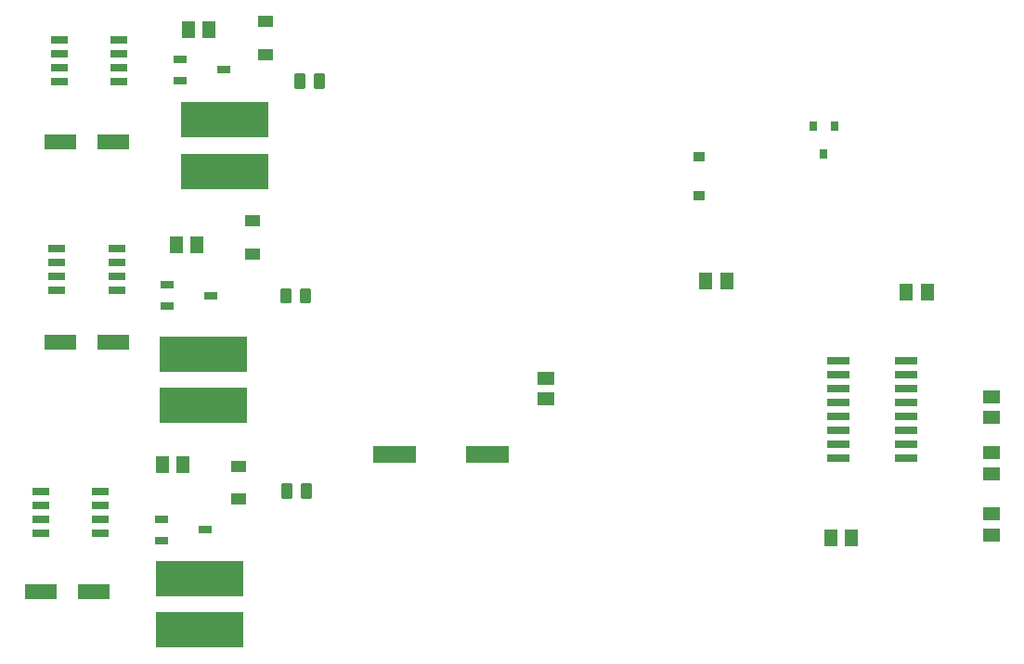
<source format=gbr>
G04 EAGLE Gerber RS-274X export*
G75*
%MOMM*%
%FSLAX34Y34*%
%LPD*%
%INSolderpaste Top*%
%IPPOS*%
%AMOC8*
5,1,8,0,0,1.08239X$1,22.5*%
G01*
%ADD10R,2.032000X0.660400*%
%ADD11R,1.300000X1.500000*%
%ADD12R,1.500000X1.300000*%
%ADD13R,1.550000X0.700000*%
%ADD14R,8.000000X3.300000*%
%ADD15R,1.370000X1.120000*%
%ADD16R,1.270000X0.635000*%
%ADD17C,0.254000*%
%ADD18R,3.000000X1.400000*%
%ADD19R,1.130000X0.920000*%
%ADD20R,0.650000X0.950000*%
%ADD21R,3.900000X1.600000*%


D10*
X843734Y249550D03*
X782266Y249550D03*
X843734Y262250D03*
X843734Y274950D03*
X782266Y262250D03*
X782266Y274950D03*
X843734Y287650D03*
X782266Y287650D03*
X843734Y300350D03*
X782266Y300350D03*
X843734Y313050D03*
X843734Y325750D03*
X782266Y313050D03*
X782266Y325750D03*
X843734Y338450D03*
X782266Y338450D03*
D11*
X863500Y401000D03*
X844500Y401000D03*
D12*
X922000Y254500D03*
X922000Y235500D03*
X922000Y305500D03*
X922000Y286500D03*
D11*
X775500Y177000D03*
X794500Y177000D03*
D12*
X922000Y198500D03*
X922000Y179500D03*
X516000Y322500D03*
X516000Y303500D03*
D13*
X126250Y592950D03*
X126250Y605650D03*
X126250Y618350D03*
X126250Y631050D03*
X71750Y631050D03*
X71750Y618350D03*
X71750Y605650D03*
X71750Y592950D03*
D14*
X223000Y558500D03*
X223000Y511500D03*
D15*
X260000Y618000D03*
X260000Y648000D03*
D16*
X222000Y604000D03*
X182000Y614000D03*
X182000Y594000D03*
D17*
X305080Y599715D02*
X312700Y599715D01*
X312700Y588285D01*
X305080Y588285D01*
X305080Y599715D01*
X305080Y590698D02*
X312700Y590698D01*
X312700Y593111D02*
X305080Y593111D01*
X305080Y595524D02*
X312700Y595524D01*
X312700Y597937D02*
X305080Y597937D01*
X294920Y599715D02*
X287300Y599715D01*
X294920Y599715D02*
X294920Y588285D01*
X287300Y588285D01*
X287300Y599715D01*
X287300Y590698D02*
X294920Y590698D01*
X294920Y593111D02*
X287300Y593111D01*
X287300Y595524D02*
X294920Y595524D01*
X294920Y597937D02*
X287300Y597937D01*
D13*
X124250Y402950D03*
X124250Y415650D03*
X124250Y428350D03*
X124250Y441050D03*
X69750Y441050D03*
X69750Y428350D03*
X69750Y415650D03*
X69750Y402950D03*
D14*
X203000Y344500D03*
X203000Y297500D03*
D15*
X248000Y436000D03*
X248000Y466000D03*
D16*
X210000Y398000D03*
X170000Y408000D03*
X170000Y388000D03*
D17*
X292080Y403715D02*
X299700Y403715D01*
X299700Y392285D01*
X292080Y392285D01*
X292080Y403715D01*
X292080Y394698D02*
X299700Y394698D01*
X299700Y397111D02*
X292080Y397111D01*
X292080Y399524D02*
X299700Y399524D01*
X299700Y401937D02*
X292080Y401937D01*
X281920Y403715D02*
X274300Y403715D01*
X281920Y403715D02*
X281920Y392285D01*
X274300Y392285D01*
X274300Y403715D01*
X274300Y394698D02*
X281920Y394698D01*
X281920Y397111D02*
X274300Y397111D01*
X274300Y399524D02*
X281920Y399524D01*
X281920Y401937D02*
X274300Y401937D01*
D13*
X109250Y180950D03*
X109250Y193650D03*
X109250Y206350D03*
X109250Y219050D03*
X54750Y219050D03*
X54750Y206350D03*
X54750Y193650D03*
X54750Y180950D03*
D14*
X200000Y139500D03*
X200000Y92500D03*
D15*
X235000Y212000D03*
X235000Y242000D03*
D16*
X205000Y184000D03*
X165000Y194000D03*
X165000Y174000D03*
D17*
X293080Y225715D02*
X300700Y225715D01*
X300700Y214285D01*
X293080Y214285D01*
X293080Y225715D01*
X293080Y216698D02*
X300700Y216698D01*
X300700Y219111D02*
X293080Y219111D01*
X293080Y221524D02*
X300700Y221524D01*
X300700Y223937D02*
X293080Y223937D01*
X282920Y225715D02*
X275300Y225715D01*
X282920Y225715D02*
X282920Y214285D01*
X275300Y214285D01*
X275300Y225715D01*
X275300Y216698D02*
X282920Y216698D01*
X282920Y219111D02*
X275300Y219111D01*
X275300Y221524D02*
X282920Y221524D01*
X282920Y223937D02*
X275300Y223937D01*
D18*
X73000Y538000D03*
X121000Y538000D03*
X73000Y355000D03*
X121000Y355000D03*
X55000Y128000D03*
X103000Y128000D03*
D11*
X208500Y641000D03*
X189500Y641000D03*
X197500Y444000D03*
X178500Y444000D03*
X184500Y244000D03*
X165500Y244000D03*
D19*
X655000Y524500D03*
X655000Y489500D03*
D20*
X759500Y552500D03*
X778500Y552500D03*
X769000Y527500D03*
D11*
X661500Y411000D03*
X680500Y411000D03*
D21*
X462500Y253000D03*
X377500Y253000D03*
M02*

</source>
